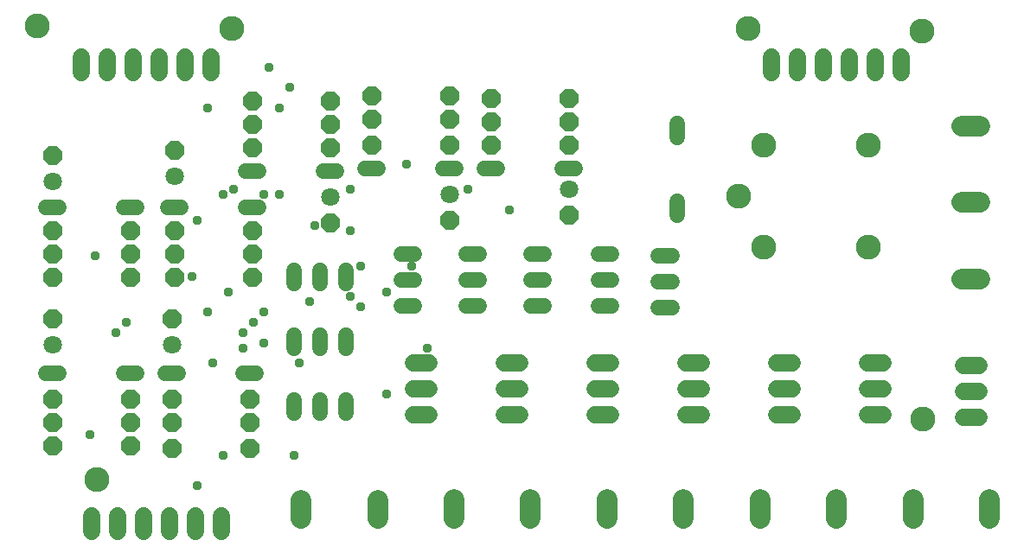
<source format=gbr>
G04 EAGLE Gerber RS-274X export*
G75*
%MOMM*%
%FSLAX34Y34*%
%LPD*%
%INSoldermask Bottom*%
%IPPOS*%
%AMOC8*
5,1,8,0,0,1.08239X$1,22.5*%
G01*
%ADD10C,2.453200*%
%ADD11C,1.727200*%
%ADD12C,1.524000*%
%ADD13C,1.803400*%
%ADD14P,1.951982X8X112.500000*%
%ADD15P,2.034460X8X22.500000*%
%ADD16P,1.951982X8X292.500000*%
%ADD17P,2.034460X8X202.500000*%
%ADD18C,2.003200*%
%ADD19C,0.959600*%


D10*
X889000Y520700D03*
X890000Y140000D03*
X718820Y523240D03*
X213360Y523240D03*
X22860Y525780D03*
X81280Y81280D03*
D11*
X76200Y45720D02*
X76200Y30480D01*
X101600Y30480D02*
X101600Y45720D01*
X127000Y45720D02*
X127000Y30480D01*
X152400Y30480D02*
X152400Y45720D01*
X177800Y45720D02*
X177800Y30480D01*
X203200Y30480D02*
X203200Y45720D01*
X193040Y480060D02*
X193040Y495300D01*
X167640Y495300D02*
X167640Y480060D01*
X142240Y480060D02*
X142240Y495300D01*
X116840Y495300D02*
X116840Y480060D01*
X91440Y480060D02*
X91440Y495300D01*
X66040Y495300D02*
X66040Y480060D01*
X868680Y480060D02*
X868680Y495300D01*
X843280Y495300D02*
X843280Y480060D01*
X817880Y480060D02*
X817880Y495300D01*
X792480Y495300D02*
X792480Y480060D01*
X767080Y480060D02*
X767080Y495300D01*
X741680Y495300D02*
X741680Y480060D01*
X406400Y144780D02*
X391160Y144780D01*
X391160Y170180D02*
X406400Y170180D01*
X406400Y195580D02*
X391160Y195580D01*
D12*
X274320Y159004D02*
X274320Y145796D01*
X325120Y145796D02*
X325120Y159004D01*
X299720Y159004D02*
X299720Y145796D01*
X44704Y185420D02*
X31496Y185420D01*
X107696Y185420D02*
X120904Y185420D01*
D13*
X38100Y213360D03*
D14*
X38100Y238760D03*
D15*
X38100Y160020D03*
X114300Y160020D03*
X38100Y114300D03*
X114300Y114300D03*
X38100Y137160D03*
X114300Y137160D03*
D11*
X480060Y144780D02*
X495300Y144780D01*
X495300Y170180D02*
X480060Y170180D01*
X480060Y195580D02*
X495300Y195580D01*
D12*
X274320Y209296D02*
X274320Y222504D01*
X325120Y222504D02*
X325120Y209296D01*
X299720Y209296D02*
X299720Y222504D01*
X161544Y185420D02*
X148336Y185420D01*
X224536Y185420D02*
X237744Y185420D01*
D13*
X154940Y213360D03*
D14*
X154940Y238760D03*
D15*
X154940Y160020D03*
X231140Y160020D03*
X154940Y111760D03*
X231140Y111760D03*
X154940Y137160D03*
X231140Y137160D03*
D11*
X568960Y144780D02*
X584200Y144780D01*
X584200Y170180D02*
X568960Y170180D01*
X568960Y195580D02*
X584200Y195580D01*
D12*
X274320Y272796D02*
X274320Y286004D01*
X325120Y286004D02*
X325120Y272796D01*
X299720Y272796D02*
X299720Y286004D01*
X44704Y347980D02*
X31496Y347980D01*
X107696Y347980D02*
X120904Y347980D01*
D13*
X38100Y373380D03*
D14*
X38100Y398780D03*
D15*
X38100Y325120D03*
X114300Y325120D03*
X38100Y279400D03*
X114300Y279400D03*
X38100Y302260D03*
X114300Y302260D03*
D11*
X657860Y144780D02*
X673100Y144780D01*
X673100Y170180D02*
X657860Y170180D01*
X657860Y195580D02*
X673100Y195580D01*
D12*
X456184Y251460D02*
X442976Y251460D01*
X442976Y302260D02*
X456184Y302260D01*
X456184Y276860D02*
X442976Y276860D01*
X164084Y347980D02*
X150876Y347980D01*
X227076Y347980D02*
X240284Y347980D01*
D13*
X157480Y378460D03*
D14*
X157480Y403860D03*
D15*
X157480Y302260D03*
X233680Y302260D03*
X157480Y279400D03*
X233680Y279400D03*
X157480Y325120D03*
X233680Y325120D03*
D11*
X746760Y144780D02*
X762000Y144780D01*
X762000Y170180D02*
X746760Y170180D01*
X746760Y195580D02*
X762000Y195580D01*
D12*
X519684Y251460D02*
X506476Y251460D01*
X506476Y302260D02*
X519684Y302260D01*
X519684Y276860D02*
X506476Y276860D01*
X433324Y386080D02*
X420116Y386080D01*
X357124Y386080D02*
X343916Y386080D01*
D13*
X426720Y360680D03*
D16*
X426720Y335280D03*
D17*
X426720Y408940D03*
X350520Y408940D03*
X426720Y457200D03*
X350520Y457200D03*
X426720Y434340D03*
X350520Y434340D03*
D11*
X835660Y144780D02*
X850900Y144780D01*
X850900Y170180D02*
X835660Y170180D01*
X835660Y195580D02*
X850900Y195580D01*
D12*
X585724Y251460D02*
X572516Y251460D01*
X572516Y302260D02*
X585724Y302260D01*
X585724Y276860D02*
X572516Y276860D01*
X316484Y383540D02*
X303276Y383540D01*
X240284Y383540D02*
X227076Y383540D01*
D13*
X309880Y358140D03*
D16*
X309880Y332740D03*
D17*
X309880Y406400D03*
X233680Y406400D03*
D15*
X233680Y452120D03*
X309880Y452120D03*
D17*
X309880Y429260D03*
X233680Y429260D03*
D11*
X929640Y142240D02*
X944880Y142240D01*
X944880Y167640D02*
X929640Y167640D01*
X929640Y193040D02*
X944880Y193040D01*
D12*
X392684Y251460D02*
X379476Y251460D01*
X379476Y302260D02*
X392684Y302260D01*
X392684Y276860D02*
X379476Y276860D01*
X536956Y386080D02*
X550164Y386080D01*
X473964Y386080D02*
X460756Y386080D01*
D13*
X543560Y365760D03*
D16*
X543560Y340360D03*
D17*
X543560Y408940D03*
X467360Y408940D03*
D15*
X467360Y454660D03*
X543560Y454660D03*
D17*
X543560Y431800D03*
X467360Y431800D03*
D18*
X281340Y61000D02*
X281340Y43000D01*
X356340Y43000D02*
X356340Y61000D01*
X506060Y61140D02*
X506060Y43140D01*
X431060Y43140D02*
X431060Y61140D01*
X655920Y61140D02*
X655920Y43140D01*
X580920Y43140D02*
X580920Y61140D01*
X805780Y61140D02*
X805780Y43140D01*
X730780Y43140D02*
X730780Y61140D01*
X955640Y61140D02*
X955640Y43140D01*
X880640Y43140D02*
X880640Y61140D01*
D10*
X836360Y408640D03*
X836360Y308640D03*
X734360Y308640D03*
X734360Y408640D03*
X709360Y358640D03*
D12*
X650000Y353504D02*
X650000Y340296D01*
X650000Y416496D02*
X650000Y429704D01*
X644304Y300400D02*
X631096Y300400D01*
X631096Y249600D02*
X644304Y249600D01*
X644304Y275000D02*
X631096Y275000D01*
D18*
X928000Y427500D02*
X946000Y427500D01*
X946000Y352500D02*
X928000Y352500D01*
X928000Y277500D02*
X946000Y277500D01*
D19*
X340000Y250000D03*
X245000Y245000D03*
X190000Y245000D03*
X190000Y445000D03*
X75160Y125000D03*
X110000Y235000D03*
X180000Y75000D03*
X205000Y105000D03*
X330000Y365000D03*
X365000Y165000D03*
X275000Y105000D03*
X235000Y235000D03*
X100000Y225000D03*
X280000Y195000D03*
X245000Y215000D03*
X225000Y210000D03*
X210000Y265000D03*
X175000Y280000D03*
X295000Y330000D03*
X270000Y465000D03*
X250000Y485000D03*
X80000Y300000D03*
X195000Y195000D03*
X225000Y225000D03*
X405000Y210000D03*
X290000Y255000D03*
X260000Y360000D03*
X260000Y445000D03*
X205000Y360000D03*
X180000Y335000D03*
X390000Y290000D03*
X330000Y325000D03*
X245000Y360000D03*
X215000Y365000D03*
X365000Y265000D03*
X340000Y290000D03*
X445000Y365000D03*
X485000Y345000D03*
X330000Y260000D03*
X385000Y390000D03*
M02*

</source>
